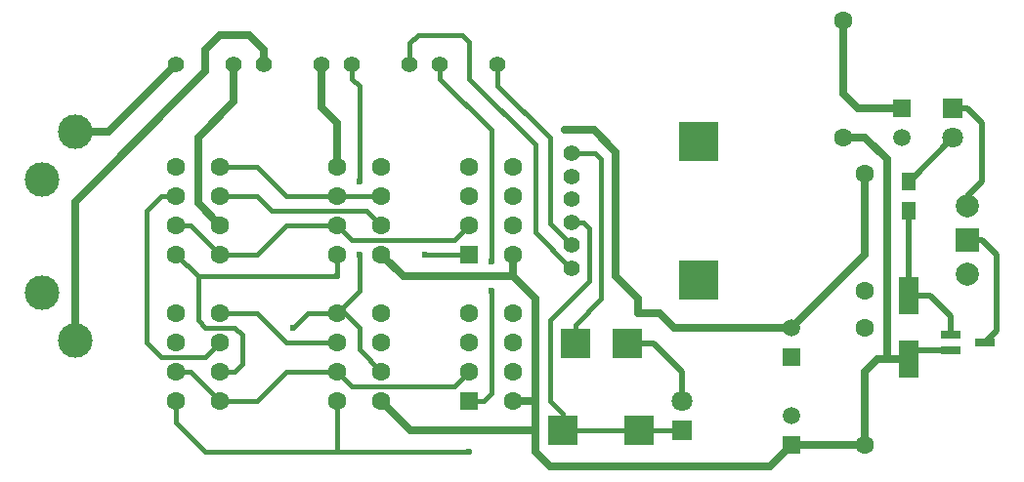
<source format=gtl>
G04 #@! TF.FileFunction,Copper,L1,Top,Signal*
%FSLAX46Y46*%
G04 Gerber Fmt 4.6, Leading zero omitted, Abs format (unit mm)*
G04 Created by KiCad (PCBNEW 4.0.6) date Mon Jun  5 15:03:05 2017*
%MOMM*%
%LPD*%
G01*
G04 APERTURE LIST*
%ADD10C,0.100000*%
%ADD11C,1.600000*%
%ADD12C,1.400000*%
%ADD13C,1.500000*%
%ADD14R,1.500000X1.500000*%
%ADD15R,1.699260X3.299460*%
%ADD16R,2.500000X2.500000*%
%ADD17R,1.800000X1.800000*%
%ADD18C,1.800000*%
%ADD19C,3.000000*%
%ADD20R,1.800860X0.800100*%
%ADD21R,1.198880X1.501140*%
%ADD22R,2.000000X2.000000*%
%ADD23C,2.000000*%
%ADD24R,1.600000X1.600000*%
%ADD25R,3.500000X3.500000*%
%ADD26C,0.600000*%
%ADD27C,0.635000*%
%ADD28C,0.508000*%
%ADD29C,0.381000*%
G04 APERTURE END LIST*
D10*
D11*
X152400000Y-85090000D03*
X152400000Y-82550000D03*
X152400000Y-80010000D03*
X152400000Y-77470000D03*
X152400000Y-97790000D03*
X152400000Y-95250000D03*
X152400000Y-92710000D03*
X152400000Y-90170000D03*
D12*
X123190000Y-68580000D03*
X128190000Y-68580000D03*
X130810000Y-68580000D03*
X135810000Y-68580000D03*
D11*
X123190000Y-82550000D03*
X123190000Y-85090000D03*
X123190000Y-77470000D03*
X123190000Y-80010000D03*
X123190000Y-95250000D03*
X123190000Y-97790000D03*
X123190000Y-90170000D03*
X123190000Y-92710000D03*
D12*
X146050000Y-68580000D03*
X151050000Y-68580000D03*
X138430000Y-68580000D03*
X143430000Y-68580000D03*
D13*
X176530000Y-99060000D03*
D14*
X176530000Y-101600000D03*
D13*
X176530000Y-91440000D03*
D14*
X176530000Y-93980000D03*
D15*
X186690000Y-88689180D03*
X186690000Y-94190820D03*
D13*
X186055000Y-74930000D03*
D14*
X186055000Y-72390000D03*
D16*
X157770000Y-92830000D03*
X162270000Y-92830000D03*
X163320000Y-100330000D03*
X156720000Y-100330000D03*
D17*
X190500000Y-72390000D03*
D18*
X190500000Y-74930000D03*
D19*
X111543116Y-78580646D03*
X114456884Y-74419354D03*
X114456884Y-92580646D03*
X111543116Y-88419354D03*
D20*
X190268860Y-92008960D03*
X190268860Y-93411040D03*
X193271140Y-92710000D03*
D11*
X127000000Y-82550000D03*
X137160000Y-82550000D03*
X137160000Y-77470000D03*
X127000000Y-77470000D03*
X127000000Y-85090000D03*
X137160000Y-85090000D03*
X137160000Y-80010000D03*
X127000000Y-80010000D03*
X127000000Y-95250000D03*
X137160000Y-95250000D03*
X127000000Y-92710000D03*
X137160000Y-92710000D03*
X127000000Y-97790000D03*
X137160000Y-97790000D03*
X127000000Y-90170000D03*
X137160000Y-90170000D03*
D21*
X186690000Y-81310480D03*
X186690000Y-78709520D03*
D11*
X180975000Y-74930000D03*
X180975000Y-64770000D03*
X182880000Y-101600000D03*
X182880000Y-91440000D03*
X182880000Y-88265000D03*
X182880000Y-78105000D03*
D22*
X191770000Y-83820000D03*
D23*
X191770000Y-86820000D03*
X191770000Y-80820000D03*
D24*
X148590000Y-85090000D03*
D11*
X148590000Y-82550000D03*
X148590000Y-80010000D03*
X148590000Y-77470000D03*
X140970000Y-77470000D03*
X140970000Y-80010000D03*
X140970000Y-82550000D03*
X140970000Y-85090000D03*
D24*
X148590000Y-97790000D03*
D11*
X148590000Y-95250000D03*
X148590000Y-92710000D03*
X148590000Y-90170000D03*
X140970000Y-90170000D03*
X140970000Y-92710000D03*
X140970000Y-95250000D03*
X140970000Y-97790000D03*
D25*
X168480000Y-75280000D03*
D12*
X157480000Y-82280000D03*
X157480000Y-80280000D03*
X157480000Y-84280000D03*
X157480000Y-78280000D03*
X157480000Y-76280000D03*
X157480000Y-86280000D03*
D25*
X168480000Y-87280000D03*
D17*
X167005000Y-100330000D03*
D18*
X167005000Y-97790000D03*
D26*
X156845000Y-74295000D03*
X163195000Y-90170000D03*
X144780000Y-85090000D03*
X137160000Y-86995000D03*
X148590000Y-102235000D03*
X150495000Y-85725000D03*
X150495000Y-88265000D03*
X133350000Y-91440000D03*
X139065000Y-78740000D03*
X139065000Y-85090000D03*
D27*
X180975000Y-74930000D02*
X182880000Y-74930000D01*
X184785000Y-76835000D02*
X184785000Y-94190820D01*
X182880000Y-74930000D02*
X184785000Y-76835000D01*
X184785000Y-94190820D02*
X184785000Y-93980000D01*
X184785000Y-93980000D02*
X184785000Y-94190820D01*
X152400000Y-86995000D02*
X142875000Y-86995000D01*
X142875000Y-86995000D02*
X140970000Y-85090000D01*
X154305000Y-100330000D02*
X143510000Y-100330000D01*
X143510000Y-100330000D02*
X140970000Y-97790000D01*
X154305000Y-97790000D02*
X152400000Y-97790000D01*
X152400000Y-85090000D02*
X152400000Y-86995000D01*
X174625000Y-103505000D02*
X176530000Y-101600000D01*
X155575000Y-103505000D02*
X174625000Y-103505000D01*
X154305000Y-102235000D02*
X155575000Y-103505000D01*
X154305000Y-88900000D02*
X154305000Y-97790000D01*
X154305000Y-97790000D02*
X154305000Y-100330000D01*
X154305000Y-100330000D02*
X154305000Y-102235000D01*
X152400000Y-86995000D02*
X154305000Y-88900000D01*
X186690000Y-94190820D02*
X184785000Y-94190820D01*
X184785000Y-94190820D02*
X183939180Y-94190820D01*
X182880000Y-95250000D02*
X182880000Y-101600000D01*
X183939180Y-94190820D02*
X182880000Y-95250000D01*
X182880000Y-101600000D02*
X176530000Y-101600000D01*
D28*
X190268860Y-93411040D02*
X187469780Y-93411040D01*
X187469780Y-93411040D02*
X186690000Y-94190820D01*
X167005000Y-97790000D02*
X167005000Y-95250000D01*
X164585000Y-92830000D02*
X162270000Y-92830000D01*
X167005000Y-95250000D02*
X164585000Y-92830000D01*
D27*
X161290000Y-86360000D02*
X161290000Y-76200000D01*
X161290000Y-76200000D02*
X159385000Y-74295000D01*
X159385000Y-74295000D02*
X156845000Y-74295000D01*
X161290000Y-86995000D02*
X161290000Y-86360000D01*
X163195000Y-88900000D02*
X161290000Y-86995000D01*
X163195000Y-88900000D02*
X163195000Y-90170000D01*
X182880000Y-78105000D02*
X182880000Y-85090000D01*
X182880000Y-85090000D02*
X176530000Y-91440000D01*
X163195000Y-90170000D02*
X165100000Y-90170000D01*
X165100000Y-90170000D02*
X166370000Y-91440000D01*
X176530000Y-91440000D02*
X166370000Y-91440000D01*
D28*
X186690000Y-78709520D02*
X186720480Y-78709520D01*
X186720480Y-78709520D02*
X190500000Y-74930000D01*
D27*
X114456884Y-74419354D02*
X117350646Y-74419354D01*
X117350646Y-74419354D02*
X123190000Y-68580000D01*
X128190000Y-68580000D02*
X128190000Y-71835000D01*
X125095000Y-80645000D02*
X127000000Y-82550000D01*
X125095000Y-74930000D02*
X125095000Y-80645000D01*
X128190000Y-71835000D02*
X125095000Y-74930000D01*
X114456884Y-92580646D02*
X114456884Y-80488116D01*
X130810000Y-67310000D02*
X130810000Y-68580000D01*
X129540000Y-66040000D02*
X130810000Y-67310000D01*
X127000000Y-66040000D02*
X129540000Y-66040000D01*
X125730000Y-67310000D02*
X127000000Y-66040000D01*
X125730000Y-69215000D02*
X125730000Y-67310000D01*
X114456884Y-80488116D02*
X125730000Y-69215000D01*
X137160000Y-77470000D02*
X137160000Y-73660000D01*
X135810000Y-72310000D02*
X135810000Y-68580000D01*
X137160000Y-73660000D02*
X135810000Y-72310000D01*
D29*
X123190000Y-82550000D02*
X124460000Y-82550000D01*
X124460000Y-82550000D02*
X127000000Y-85090000D01*
X127000000Y-85090000D02*
X130175000Y-85090000D01*
X130175000Y-85090000D02*
X132715000Y-82550000D01*
X132715000Y-82550000D02*
X137160000Y-82550000D01*
X137160000Y-82550000D02*
X138430000Y-83820000D01*
X138430000Y-83820000D02*
X147320000Y-83820000D01*
X147320000Y-83820000D02*
X148590000Y-82550000D01*
X137160000Y-85090000D02*
X137160000Y-86995000D01*
X125095000Y-86995000D02*
X137160000Y-86995000D01*
X144780000Y-85090000D02*
X148590000Y-85090000D01*
X127000000Y-95250000D02*
X128270000Y-95250000D01*
X125095000Y-86995000D02*
X123190000Y-85090000D01*
X125095000Y-90805000D02*
X125095000Y-86995000D01*
X125730000Y-91440000D02*
X125095000Y-90805000D01*
X128270000Y-91440000D02*
X125730000Y-91440000D01*
X128905000Y-92075000D02*
X128270000Y-91440000D01*
X128905000Y-94615000D02*
X128905000Y-92075000D01*
X128270000Y-95250000D02*
X128905000Y-94615000D01*
X127000000Y-77470000D02*
X130175000Y-77470000D01*
X132715000Y-80010000D02*
X137160000Y-80010000D01*
X130175000Y-77470000D02*
X132715000Y-80010000D01*
X140970000Y-80010000D02*
X137160000Y-80010000D01*
X120650000Y-90805000D02*
X120650000Y-92710000D01*
X120650000Y-81280000D02*
X120650000Y-90805000D01*
X121920000Y-80010000D02*
X120650000Y-81280000D01*
X123190000Y-80010000D02*
X121920000Y-80010000D01*
X125730000Y-93980000D02*
X127000000Y-92710000D01*
X121920000Y-93980000D02*
X125730000Y-93980000D01*
X120650000Y-92710000D02*
X121920000Y-93980000D01*
X127000000Y-80010000D02*
X130175000Y-80010000D01*
X139700000Y-81280000D02*
X140970000Y-82550000D01*
X131445000Y-81280000D02*
X139700000Y-81280000D01*
X130175000Y-80010000D02*
X131445000Y-81280000D01*
X123190000Y-95250000D02*
X124460000Y-95250000D01*
X124460000Y-95250000D02*
X127000000Y-97790000D01*
X148590000Y-95250000D02*
X147320000Y-96520000D01*
X138430000Y-96520000D02*
X137160000Y-95250000D01*
X147320000Y-96520000D02*
X138430000Y-96520000D01*
X127000000Y-97790000D02*
X130175000Y-97790000D01*
X132715000Y-95250000D02*
X137160000Y-95250000D01*
X130175000Y-97790000D02*
X132715000Y-95250000D01*
X137160000Y-97790000D02*
X137160000Y-102235000D01*
X123190000Y-97790000D02*
X123190000Y-99695000D01*
X125730000Y-102235000D02*
X137160000Y-102235000D01*
X137160000Y-102235000D02*
X148590000Y-102235000D01*
X123190000Y-99695000D02*
X125730000Y-102235000D01*
X148590000Y-97790000D02*
X149860000Y-97790000D01*
X146050000Y-69850000D02*
X146050000Y-68580000D01*
X150495000Y-74295000D02*
X146050000Y-69850000D01*
X150495000Y-85725000D02*
X150495000Y-74295000D01*
X150495000Y-97155000D02*
X150495000Y-88265000D01*
X149860000Y-97790000D02*
X150495000Y-97155000D01*
X127000000Y-90170000D02*
X130175000Y-90170000D01*
X130175000Y-90170000D02*
X132715000Y-92710000D01*
X132715000Y-92710000D02*
X137160000Y-92710000D01*
X134620000Y-90170000D02*
X137160000Y-90170000D01*
X133350000Y-91440000D02*
X134620000Y-90170000D01*
X137160000Y-90170000D02*
X137795000Y-90170000D01*
X137795000Y-90170000D02*
X139065000Y-91440000D01*
X139065000Y-93345000D02*
X140970000Y-95250000D01*
X139065000Y-91440000D02*
X139065000Y-93345000D01*
X137160000Y-90170000D02*
X139065000Y-88265000D01*
X138430000Y-69850000D02*
X138430000Y-68580000D01*
X139065000Y-70485000D02*
X138430000Y-69850000D01*
X139065000Y-78740000D02*
X139065000Y-70485000D01*
X139065000Y-88265000D02*
X139065000Y-85090000D01*
X151050000Y-68580000D02*
X151050000Y-70405000D01*
X155575000Y-82375000D02*
X157480000Y-84280000D01*
X155575000Y-74930000D02*
X155575000Y-82375000D01*
X151050000Y-70405000D02*
X155575000Y-74930000D01*
X157480000Y-86280000D02*
X157400000Y-86280000D01*
X157400000Y-86280000D02*
X154305000Y-83185000D01*
X143430000Y-66755000D02*
X143430000Y-68580000D01*
X144145000Y-66040000D02*
X143430000Y-66755000D01*
X147955000Y-66040000D02*
X144145000Y-66040000D01*
X148590000Y-66675000D02*
X147955000Y-66040000D01*
X148590000Y-69850000D02*
X148590000Y-66675000D01*
X154305000Y-75565000D02*
X148590000Y-69850000D01*
X154305000Y-83185000D02*
X154305000Y-75565000D01*
D28*
X186690000Y-88689180D02*
X186690000Y-81310480D01*
X190268860Y-92008960D02*
X190268860Y-90401140D01*
X188556900Y-88689180D02*
X186690000Y-88689180D01*
X190268860Y-90401140D02*
X188556900Y-88689180D01*
D27*
X180975000Y-64770000D02*
X180975000Y-71120000D01*
X182245000Y-72390000D02*
X186055000Y-72390000D01*
X180975000Y-71120000D02*
X182245000Y-72390000D01*
D29*
X157480000Y-76280000D02*
X159465000Y-76280000D01*
X157770000Y-91150000D02*
X157770000Y-92830000D01*
X160020000Y-88900000D02*
X157770000Y-91150000D01*
X160020000Y-76835000D02*
X160020000Y-88900000D01*
X159465000Y-76280000D02*
X160020000Y-76835000D01*
X167005000Y-100330000D02*
X163320000Y-100330000D01*
X157480000Y-82280000D02*
X158480000Y-82280000D01*
X156720000Y-98935000D02*
X156720000Y-100330000D01*
X155575000Y-97790000D02*
X156720000Y-98935000D01*
X155575000Y-90805000D02*
X155575000Y-97790000D01*
X159004000Y-87376000D02*
X155575000Y-90805000D01*
X159004000Y-82804000D02*
X159004000Y-87376000D01*
X158480000Y-82280000D02*
X159004000Y-82804000D01*
X156720000Y-100330000D02*
X163320000Y-100330000D01*
D28*
X190500000Y-72390000D02*
X191770000Y-72390000D01*
X193040000Y-78740000D02*
X191770000Y-80010000D01*
X193040000Y-73660000D02*
X193040000Y-78740000D01*
X191770000Y-72390000D02*
X193040000Y-73660000D01*
X191770000Y-80010000D02*
X191770000Y-80820000D01*
X191770000Y-83820000D02*
X193040000Y-83820000D01*
X194310000Y-91671140D02*
X193271140Y-92710000D01*
X194310000Y-85090000D02*
X194310000Y-91671140D01*
X193040000Y-83820000D02*
X194310000Y-85090000D01*
M02*

</source>
